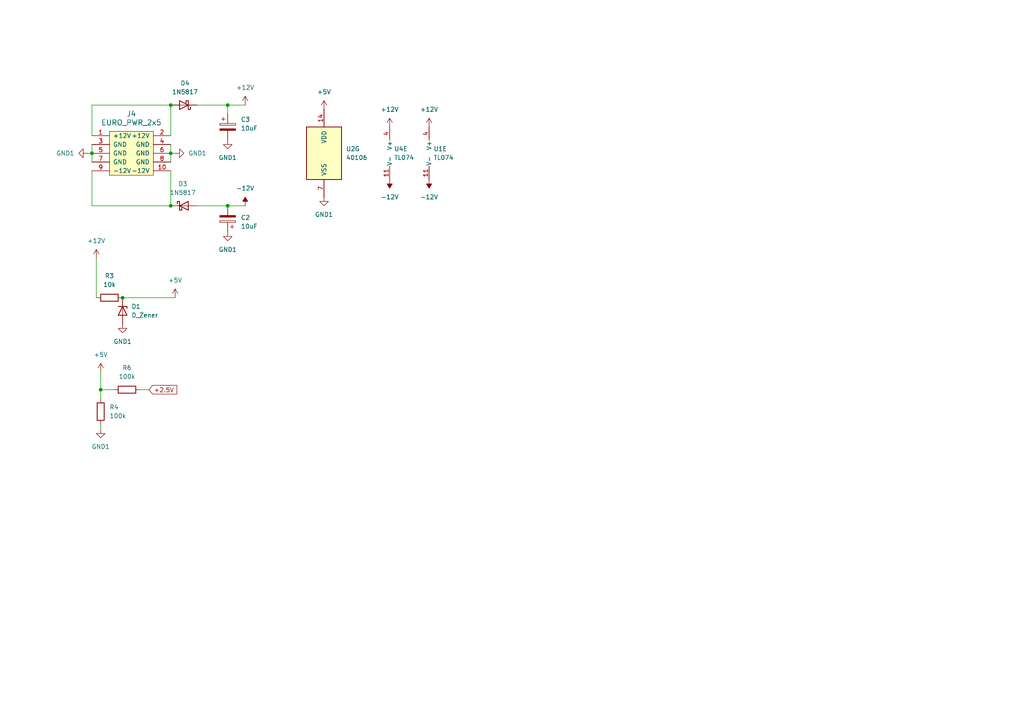
<source format=kicad_sch>
(kicad_sch (version 20231120) (generator "eeschema") (generator_version "8.0")
  (paper "A4")
  (lib_symbols
    (symbol "4xxx:40106" (pin_names (offset 1.016))
      (property "Reference" "U" (at 0 1.27 0))
      (property "Value" "40106" (at 0 -1.27 0))
      (symbol "40106_1_0"
        (polyline (pts (xy -0.635 -1.27) (xy -0.635 1.27) (xy 0.635 1.27)))
        (polyline (pts (xy -3.81 3.81) (xy -3.81 -3.81) (xy 3.81 0) (xy -3.81 3.81)) (stroke (width 0.254)) (fill (type background)))
        (polyline (pts (xy -1.27 -1.27) (xy 0.635 -1.27) (xy 0.635 1.27) (xy 1.27 1.27)))
        (pin input line (at -7.62 0 0) (length 3.81) (name "~") (number "1"))
        (pin output inverted (at 7.62 0 180) (length 3.81) (name "~") (number "2"))
      )
      (symbol "40106_2_0"
        (polyline (pts (xy -0.635 -1.27) (xy -0.635 1.27) (xy 0.635 1.27)))
        (polyline (pts (xy -3.81 3.81) (xy -3.81 -3.81) (xy 3.81 0) (xy -3.81 3.81)) (stroke (width 0.254)) (fill (type background)))
        (polyline (pts (xy -1.27 -1.27) (xy 0.635 -1.27) (xy 0.635 1.27) (xy 1.27 1.27)))
        (pin input line (at -7.62 0 0) (length 3.81) (name "~") (number "3"))
        (pin output inverted (at 7.62 0 180) (length 3.81) (name "~") (number "4"))
      )
      (symbol "40106_3_0"
        (polyline (pts (xy -0.635 -1.27) (xy -0.635 1.27) (xy 0.635 1.27)))
        (polyline (pts (xy -3.81 3.81) (xy -3.81 -3.81) (xy 3.81 0) (xy -3.81 3.81)) (stroke (width 0.254)) (fill (type background)))
        (polyline (pts (xy -1.27 -1.27) (xy 0.635 -1.27) (xy 0.635 1.27) (xy 1.27 1.27)))
        (pin input line (at -7.62 0 0) (length 3.81) (name "~") (number "5"))
        (pin output inverted (at 7.62 0 180) (length 3.81) (name "~") (number "6"))
      )
      (symbol "40106_4_0"
        (polyline (pts (xy -0.635 -1.27) (xy -0.635 1.27) (xy 0.635 1.27)))
        (polyline (pts (xy -3.81 3.81) (xy -3.81 -3.81) (xy 3.81 0) (xy -3.81 3.81)) (stroke (width 0.254)) (fill (type background)))
        (polyline (pts (xy -1.27 -1.27) (xy 0.635 -1.27) (xy 0.635 1.27) (xy 1.27 1.27)))
        (pin output inverted (at 7.62 0 180) (length 3.81) (name "~") (number "8"))
        (pin input line (at -7.62 0 0) (length 3.81) (name "~") (number "9"))
      )
      (symbol "40106_5_0"
        (polyline (pts (xy -0.635 -1.27) (xy -0.635 1.27) (xy 0.635 1.27)))
        (polyline (pts (xy -3.81 3.81) (xy -3.81 -3.81) (xy 3.81 0) (xy -3.81 3.81)) (stroke (width 0.254)) (fill (type background)))
        (polyline (pts (xy -1.27 -1.27) (xy 0.635 -1.27) (xy 0.635 1.27) (xy 1.27 1.27)))
        (pin output inverted (at 7.62 0 180) (length 3.81) (name "~") (number "10"))
        (pin input line (at -7.62 0 0) (length 3.81) (name "~") (number "11"))
      )
      (symbol "40106_6_0"
        (polyline (pts (xy -0.635 -1.27) (xy -0.635 1.27) (xy 0.635 1.27)))
        (polyline (pts (xy -3.81 3.81) (xy -3.81 -3.81) (xy 3.81 0) (xy -3.81 3.81)) (stroke (width 0.254)) (fill (type background)))
        (polyline (pts (xy -1.27 -1.27) (xy 0.635 -1.27) (xy 0.635 1.27) (xy 1.27 1.27)))
        (pin output inverted (at 7.62 0 180) (length 3.81) (name "~") (number "12"))
        (pin input line (at -7.62 0 0) (length 3.81) (name "~") (number "13"))
      )
      (symbol "40106_7_0"
        (pin power_in line (at 0 12.7 270) (length 5.08) (name "VDD") (number "14"))
        (pin power_in line (at 0 -12.7 90) (length 5.08) (name "VSS") (number "7"))
      )
      (symbol "40106_7_1"
        (rectangle (start -5.08 7.62) (end 5.08 -7.62) (stroke (width 0.254)) (fill (type background)))
      )
    )
    (symbol "Amplifier_Operational:TL074" (pin_names (offset 0.127))
      (property "Reference" "U" (at 0 5.08 0))
      (property "Value" "TL074" (at 0 -5.08 0))
      (symbol "TL074_1_1"
        (polyline (pts (xy -5.08 5.08) (xy 5.08 0) (xy -5.08 -5.08) (xy -5.08 5.08)) (stroke (width 0.254)) (fill (type background)))
        (pin output line (at 7.62 0 180) (length 2.54) (name "~") (number "1"))
        (pin input line (at -7.62 -2.54 0) (length 2.54) (name "-") (number "2"))
        (pin input line (at -7.62 2.54 0) (length 2.54) (name "+") (number "3"))
      )
      (symbol "TL074_2_1"
        (polyline (pts (xy -5.08 5.08) (xy 5.08 0) (xy -5.08 -5.08) (xy -5.08 5.08)) (stroke (width 0.254)) (fill (type background)))
        (pin input line (at -7.62 2.54 0) (length 2.54) (name "+") (number "5"))
        (pin input line (at -7.62 -2.54 0) (length 2.54) (name "-") (number "6"))
        (pin output line (at 7.62 0 180) (length 2.54) (name "~") (number "7"))
      )
      (symbol "TL074_3_1"
        (polyline (pts (xy -5.08 5.08) (xy 5.08 0) (xy -5.08 -5.08) (xy -5.08 5.08)) (stroke (width 0.254)) (fill (type background)))
        (pin input line (at -7.62 2.54 0) (length 2.54) (name "+") (number "10"))
        (pin output line (at 7.62 0 180) (length 2.54) (name "~") (number "8"))
        (pin input line (at -7.62 -2.54 0) (length 2.54) (name "-") (number "9"))
      )
      (symbol "TL074_4_1"
        (polyline (pts (xy -5.08 5.08) (xy 5.08 0) (xy -5.08 -5.08) (xy -5.08 5.08)) (stroke (width 0.254)) (fill (type background)))
        (pin input line (at -7.62 2.54 0) (length 2.54) (name "+") (number "12"))
        (pin input line (at -7.62 -2.54 0) (length 2.54) (name "-") (number "13"))
        (pin output line (at 7.62 0 180) (length 2.54) (name "~") (number "14"))
      )
      (symbol "TL074_5_1"
        (pin power_in line (at -2.54 -7.62 90) (length 3.81) (name "V-") (number "11"))
        (pin power_in line (at -2.54 7.62 270) (length 3.81) (name "V+") (number "4"))
      )
    )
    (symbol "Device:C_Polarized" (pin_numbers hide) (pin_names (offset 0.254))
      (property "Reference" "C" (at 0.635 2.54 0))
      (property "Value" "C_Polarized" (at 0.635 -2.54 0))
      (symbol "C_Polarized_0_1"
        (rectangle (start -2.286 0.508) (end 2.286 1.016))
        (polyline (pts (xy -1.778 2.286) (xy -0.762 2.286)))
        (polyline (pts (xy -1.27 2.794) (xy -1.27 1.778)))
        (rectangle (start 2.286 -0.508) (end -2.286 -1.016) (fill (type outline)))
      )
      (symbol "C_Polarized_1_1"
        (pin passive line (at 0 3.81 270) (length 2.794) (name "~") (number "1"))
        (pin passive line (at 0 -3.81 90) (length 2.794) (name "~") (number "2"))
      )
    )
    (symbol "Device:D_Zener" (pin_numbers hide) (pin_names (offset 1.016) hide)
      (property "Reference" "D" (at 0 2.54 0))
      (property "Value" "D_Zener" (at 0 -2.54 0))
      (symbol "D_Zener_0_1"
        (polyline (pts (xy 1.27 0) (xy -1.27 0)))
        (polyline (pts (xy -1.27 -1.27) (xy -1.27 1.27) (xy -0.762 1.27)) (stroke (width 0.254)))
        (polyline (pts (xy 1.27 -1.27) (xy 1.27 1.27) (xy -1.27 0) (xy 1.27 -1.27)) (stroke (width 0.254)))
      )
      (symbol "D_Zener_1_1"
        (pin passive line (at -3.81 0 0) (length 2.54) (name "K") (number "1"))
        (pin passive line (at 3.81 0 180) (length 2.54) (name "A") (number "2"))
      )
    )
    (symbol "Device:R" (pin_numbers hide) (pin_names (offset 0))
      (property "Reference" "R" (at 2.032 0 90))
      (property "Value" "R" (at 0 0 90))
      (symbol "R_0_1"
        (rectangle (start -1.016 -2.54) (end 1.016 2.54) (stroke (width 0.254)))
      )
      (symbol "R_1_1"
        (pin passive line (at 0 3.81 270) (length 1.27) (name "~") (number "1"))
        (pin passive line (at 0 -3.81 90) (length 1.27) (name "~") (number "2"))
      )
    )
    (symbol "Diode:1N5817" (pin_numbers hide) (pin_names (offset 1.016) hide)
      (property "Reference" "D" (at 0 2.54 0))
      (property "Value" "1N5817" (at 0 -2.54 0))
      (symbol "1N5817_0_1"
        (polyline (pts (xy 1.27 0) (xy -1.27 0)))
        (polyline (pts (xy 1.27 1.27) (xy 1.27 -1.27) (xy -1.27 0) (xy 1.27 1.27)) (stroke (width 0.254)))
        (polyline (pts (xy -1.905 0.635) (xy -1.905 1.27) (xy -1.27 1.27) (xy -1.27 -1.27) (xy -0.635 -1.27) (xy -0.635 -0.635)) (stroke (width 0.254)))
      )
      (symbol "1N5817_1_1"
        (pin passive line (at -3.81 0 0) (length 2.54) (name "K") (number "1"))
        (pin passive line (at 3.81 0 180) (length 2.54) (name "A") (number "2"))
      )
    )
    (symbol "eurocad:EURO_PWR_2x5" (pin_names (offset 1.016))
      (property "Reference" "J" (at 0 -7.62 0))
      (property "Value" "EURO_PWR_2x5" (at 0 7.62 0))
      (symbol "EURO_PWR_2x5_0_1"
        (rectangle (start -6.35 6.35) (end 6.35 -6.35) (fill (type background)))
      )
      (symbol "EURO_PWR_2x5_1_1"
        (pin power_in line (at -11.43 5.08 0) (length 5.08) (name "+12V") (number "1"))
        (pin power_in line (at 11.43 -5.08 180) (length 5.08) (name "-12V") (number "10"))
        (pin power_in line (at 11.43 5.08 180) (length 5.08) (name "+12V") (number "2"))
        (pin power_in line (at -11.43 2.54 0) (length 5.08) (name "GND") (number "3"))
        (pin power_in line (at 11.43 2.54 180) (length 5.08) (name "GND") (number "4"))
        (pin power_in line (at -11.43 0 0) (length 5.08) (name "GND") (number "5"))
        (pin power_in line (at 11.43 0 180) (length 5.08) (name "GND") (number "6"))
        (pin power_in line (at -11.43 -2.54 0) (length 5.08) (name "GND") (number "7"))
        (pin power_in line (at 11.43 -2.54 180) (length 5.08) (name "GND") (number "8"))
        (pin power_in line (at -11.43 -5.08 0) (length 5.08) (name "-12V") (number "9"))
      )
    )
    (symbol "power:+12V" (power) (pin_numbers hide) (pin_names (offset 0) hide)
      (property "Value" "+12V" (at 0 3.556 0))
      (symbol "+12V_0_1"
        (polyline (pts (xy -0.762 1.27) (xy 0 2.54)))
        (polyline (pts (xy 0 0) (xy 0 2.54)))
        (polyline (pts (xy 0 2.54) (xy 0.762 1.27)))
      )
      (symbol "+12V_1_1"
        (pin power_in line (at 0 0 90) (length 0) (name "~") (number "1"))
      )
    )
    (symbol "power:+5V" (power) (pin_numbers hide) (pin_names (offset 0) hide)
      (property "Value" "+5V" (at 0 3.556 0))
      (symbol "+5V_0_1"
        (polyline (pts (xy -0.762 1.27) (xy 0 2.54)))
        (polyline (pts (xy 0 0) (xy 0 2.54)))
        (polyline (pts (xy 0 2.54) (xy 0.762 1.27)))
      )
      (symbol "+5V_1_1"
        (pin power_in line (at 0 0 90) (length 0) (name "~") (number "1"))
      )
    )
    (symbol "power:-12V" (power) (pin_numbers hide) (pin_names (offset 0) hide)
      (property "Value" "-12V" (at 0 3.556 0))
      (symbol "-12V_0_0"
        (pin power_in line (at 0 0 90) (length 0) (name "~") (number "1"))
      )
      (symbol "-12V_0_1"
        (polyline (pts (xy 0 0) (xy 0 1.27) (xy 0.762 1.27) (xy 0 2.54) (xy -0.762 1.27) (xy 0 1.27)) (fill (type outline)))
      )
    )
    (symbol "power:GND1" (power) (pin_numbers hide) (pin_names (offset 0) hide)
      (property "Value" "GND1" (at 0 -3.81 0))
      (symbol "GND1_0_1"
        (polyline (pts (xy 0 0) (xy 0 -1.27) (xy 1.27 -1.27) (xy 0 -2.54) (xy -1.27 -1.27) (xy 0 -1.27)))
      )
      (symbol "GND1_1_1"
        (pin power_in line (at 0 0 270) (length 0) (name "~") (number "1"))
      )
    )
  )
  (junction (at 49.53 59.69))
  (junction (at 26.67 44.45))
  (junction (at 66.04 30.48))
  (junction (at 49.53 44.45))
  (junction (at 35.56 86.36))
  (junction (at 66.04 59.69))
  (junction (at 29.21 113.03))
  (junction (at 49.53 30.48))
  (wire (pts (xy 40.64 113.03) (xy 43.18 113.03)))
  (wire (pts (xy 29.21 124.46) (xy 29.21 123.19)))
  (wire (pts (xy 49.53 41.91) (xy 49.53 44.45)))
  (wire (pts (xy 26.67 44.45) (xy 26.67 46.99)))
  (wire (pts (xy 26.67 49.53) (xy 26.67 59.69)))
  (wire (pts (xy 26.67 44.45) (xy 25.4 44.45)))
  (wire (pts (xy 49.53 39.37) (xy 49.53 30.48)))
  (wire (pts (xy 57.15 59.69) (xy 66.04 59.69)))
  (wire (pts (xy 27.94 74.93) (xy 27.94 86.36)))
  (wire (pts (xy 26.67 41.91) (xy 26.67 44.45)))
  (wire (pts (xy 66.04 30.48) (xy 66.04 33.02)))
  (wire (pts (xy 26.67 30.48) (xy 49.53 30.48)))
  (wire (pts (xy 50.8 44.45) (xy 49.53 44.45)))
  (wire (pts (xy 26.67 59.69) (xy 49.53 59.69)))
  (wire (pts (xy 66.04 59.69) (xy 71.12 59.69)))
  (wire (pts (xy 66.04 30.48) (xy 71.12 30.48)))
  (wire (pts (xy 29.21 115.57) (xy 29.21 113.03)))
  (wire (pts (xy 57.15 30.48) (xy 66.04 30.48)))
  (wire (pts (xy 29.21 113.03) (xy 33.02 113.03)))
  (wire (pts (xy 29.21 107.95) (xy 29.21 113.03)))
  (wire (pts (xy 49.53 49.53) (xy 49.53 59.69)))
  (wire (pts (xy 26.67 39.37) (xy 26.67 30.48)))
  (wire (pts (xy 49.53 44.45) (xy 49.53 46.99)))
  (wire (pts (xy 35.56 86.36) (xy 50.8 86.36)))
  (global_label "+2.5V" (shape input) (at 43.18 113.03 0) (property "Intersheetrefs" "${INTERSHEET_REFS}" (effects (hide yes))))
  (symbol (lib_id "power:GND1") (at 66.04 67.31 0) (unit 1)
    (property "Reference" "#PWR026" (effects (hide yes)))
    (property "Value" "GND1" (at 66.04 72.39 0))
    (property "Description" "Power symbol creates a global label with name \"GND1\" , ground" (effects (hide yes)))
  )
  (symbol (lib_id "Diode:1N5817") (at 53.34 59.69 0) (unit 1)
    (property "Reference" "D3" (at 53.0225 53.34 0))
    (property "Value" "1N5817" (at 53.0225 55.88 0))
    (property "Footprint" "Diode_THT:D_DO-41_SOD81_P10.16mm_Horizontal" (effects (hide yes)))
    (property "Datasheet" "http://www.vishay.com/docs/88525/1n5817.pdf" (effects (hide yes)))
    (property "Description" "20V 1A Schottky Barrier Rectifier Diode, DO-41" (effects (hide yes)))
  )
  (symbol (lib_id "power:-12V") (at 124.46 52.07 180) (unit 1)
    (property "Reference" "#PWR036" (effects (hide yes)))
    (property "Value" "-12V" (at 124.46 57.15 0))
    (property "Description" "Power symbol creates a global label with name \"-12V\"" (effects (hide yes)))
  )
  (symbol (lib_id "power:+5V") (at 50.8 86.36 0) (unit 1)
    (property "Reference" "#PWR038" (effects (hide yes)))
    (property "Value" "+5V" (at 50.8 81.28 0))
    (property "Description" "Power symbol creates a global label with name \"+5V\"" (effects (hide yes)))
  )
  (symbol (lib_id "Diode:1N5817") (at 53.34 30.48 180) (unit 1)
    (property "Reference" "D4" (at 53.6575 24.13 0))
    (property "Value" "1N5817" (at 53.6575 26.67 0))
    (property "Footprint" "Diode_THT:D_DO-41_SOD81_P10.16mm_Horizontal" (effects (hide yes)))
    (property "Datasheet" "http://www.vishay.com/docs/88525/1n5817.pdf" (effects (hide yes)))
    (property "Description" "20V 1A Schottky Barrier Rectifier Diode, DO-41" (effects (hide yes)))
  )
  (symbol (lib_id "power:-12V") (at 113.03 52.07 180) (unit 1)
    (property "Reference" "#PWR035" (effects (hide yes)))
    (property "Value" "-12V" (at 113.03 57.15 0))
    (property "Description" "Power symbol creates a global label with name \"-12V\"" (effects (hide yes)))
  )
  (symbol (lib_id "power:GND1") (at 93.98 57.15 0) (unit 1)
    (property "Reference" "#PWR05" (effects (hide yes)))
    (property "Value" "GND1" (at 93.98 62.23 0))
    (property "Description" "Power symbol creates a global label with name \"GND1\" , ground" (effects (hide yes)))
  )
  (symbol (lib_id "Device:D_Zener") (at 35.56 90.17 270) (unit 1)
    (property "Reference" "D1" (at 38.1 88.8999 90) (effects (justify left)))
    (property "Value" "D_Zener" (at 38.1 91.4399 90) (effects (justify left)))
    (property "Footprint" "Diode_THT:D_DO-35_SOD27_P7.62mm_Horizontal" (effects (hide yes)))
    (property "Description" "Zener diode" (effects (hide yes)))
  )
  (symbol (lib_id "power:+12V") (at 27.94 74.93 0) (unit 1)
    (property "Reference" "#PWR033" (effects (hide yes)))
    (property "Value" "+12V" (at 27.94 69.85 0))
    (property "Description" "Power symbol creates a global label with name \"+12V\"" (effects (hide yes)))
  )
  (symbol (lib_id "power:GND1") (at 35.56 93.98 0) (unit 1)
    (property "Reference" "#PWR04" (effects (hide yes)))
    (property "Value" "GND1" (at 35.56 99.06 0))
    (property "Description" "Power symbol creates a global label with name \"GND1\" , ground" (effects (hide yes)))
  )
  (symbol (lib_id "power:+5V") (at 29.21 107.95 0) (unit 1)
    (property "Reference" "#PWR037" (effects (hide yes)))
    (property "Value" "+5V" (at 29.21 102.87 0))
    (property "Description" "Power symbol creates a global label with name \"+5V\"" (effects (hide yes)))
  )
  (symbol (lib_id "power:+12V") (at 124.46 36.83 0) (unit 1)
    (property "Reference" "#PWR032" (effects (hide yes)))
    (property "Value" "+12V" (at 124.46 31.75 0))
    (property "Description" "Power symbol creates a global label with name \"+12V\"" (effects (hide yes)))
  )
  (symbol (lib_id "power:GND1") (at 29.21 124.46 0) (unit 1)
    (property "Reference" "#PWR07" (effects (hide yes)))
    (property "Value" "GND1" (at 29.21 129.54 0))
    (property "Description" "Power symbol creates a global label with name \"GND1\" , ground" (effects (hide yes)))
  )
  (symbol (lib_id "eurocad:EURO_PWR_2x5") (at 38.1 44.45 0) (unit 1)
    (property "Reference" "J4" (at 38.1 33.02 0) (effects (font (size 1.524 1.524))))
    (property "Value" "EURO_PWR_2x5" (at 38.1 35.56 0) (effects (font (size 1.524 1.524))))
    (property "Footprint" "Connector_PinHeader_2.54mm:PinHeader_2x05_P2.54mm_Vertical" (effects (hide yes)))
  )
  (symbol (lib_id "Device:C_Polarized") (at 66.04 63.5 180) (unit 1)
    (property "Reference" "C2" (at 69.85 63.1189 0) (effects (justify right)))
    (property "Value" "10uF" (at 69.85 65.6589 0) (effects (justify right)))
    (property "Footprint" "PCM_4ms_Capacitor:CP_Radial_P2.5mm" (effects (hide yes)))
    (property "Description" "Polarized capacitor" (effects (hide yes)))
  )
  (symbol (lib_id "Amplifier_Operational:TL074") (at 115.57 44.45 0) (unit 5)
    (property "Reference" "U4" (at 114.3 43.1799 0) (effects (justify left)))
    (property "Value" "TL074" (at 114.3 45.7199 0) (effects (justify left)))
    (property "Footprint" "Package_DIP:DIP-14_W7.62mm_Socket" (effects (hide yes)))
    (property "Datasheet" "http://www.ti.com/lit/ds/symlink/tl071.pdf" (effects (hide yes)))
    (property "Description" "Quad Low-Noise JFET-Input Operational Amplifiers, DIP-14/SOIC-14" (effects (hide yes)))
  )
  (symbol (lib_id "Device:R") (at 31.75 86.36 90) (unit 1)
    (property "Reference" "R3" (at 31.75 80.01 90))
    (property "Value" "10k" (at 31.75 82.55 90))
    (property "Footprint" "PCM_4ms_Resistor:R_Axial_DIN0207_L6.3mm_D2.5mm_P7.62mm_Horizontal" (effects (hide yes)))
    (property "Description" "Resistor" (effects (hide yes)))
  )
  (symbol (lib_id "power:+5V") (at 93.98 31.75 0) (unit 1)
    (property "Reference" "#PWR039" (effects (hide yes)))
    (property "Value" "+5V" (at 93.98 26.67 0))
    (property "Description" "Power symbol creates a global label with name \"+5V\"" (effects (hide yes)))
  )
  (symbol (lib_id "power:-12V") (at 71.12 59.69 0) (unit 1)
    (property "Reference" "#PWR034" (effects (hide yes)))
    (property "Value" "-12V" (at 71.12 54.61 0))
    (property "Description" "Power symbol creates a global label with name \"-12V\"" (effects (hide yes)))
  )
  (symbol (lib_id "power:GND1") (at 25.4 44.45 270) (unit 1)
    (property "Reference" "#PWR01" (effects (hide yes)))
    (property "Value" "GND1" (at 21.59 44.4499 90) (effects (justify right)))
    (property "Description" "Power symbol creates a global label with name \"GND1\" , ground" (effects (hide yes)))
  )
  (symbol (lib_id "Device:R") (at 36.83 113.03 90) (unit 1)
    (property "Reference" "R6" (at 36.83 106.68 90))
    (property "Value" "100k" (at 36.83 109.22 90))
    (property "Footprint" "PCM_4ms_Resistor:R_Axial_DIN0207_L6.3mm_D2.5mm_P7.62mm_Horizontal" (effects (hide yes)))
    (property "Description" "Resistor" (effects (hide yes)))
  )
  (symbol (lib_id "power:GND1") (at 50.8 44.45 90) (unit 1)
    (property "Reference" "#PWR02" (effects (hide yes)))
    (property "Value" "GND1" (at 54.61 44.4499 90) (effects (justify right)))
    (property "Description" "Power symbol creates a global label with name \"GND1\" , ground" (effects (hide yes)))
  )
  (symbol (lib_id "Amplifier_Operational:TL074") (at 127 44.45 0) (unit 5)
    (property "Reference" "U1" (at 125.73 43.1799 0) (effects (justify left)))
    (property "Value" "TL074" (at 125.73 45.7199 0) (effects (justify left)))
    (property "Footprint" "Package_DIP:DIP-14_W7.62mm_Socket" (effects (hide yes)))
    (property "Datasheet" "http://www.ti.com/lit/ds/symlink/tl071.pdf" (effects (hide yes)))
    (property "Description" "Quad Low-Noise JFET-Input Operational Amplifiers, DIP-14/SOIC-14" (effects (hide yes)))
  )
  (symbol (lib_id "4xxx:40106") (at 93.98 44.45 0) (unit 7)
    (property "Reference" "U2" (at 100.33 43.1799 0) (effects (justify left)))
    (property "Value" "40106" (at 100.33 45.7199 0) (effects (justify left)))
    (property "Footprint" "Package_DIP:DIP-14_W7.62mm_Socket" (effects (hide yes)))
    (property "Datasheet" "https://assets.nexperia.com/documents/data-sheet/HEF40106B.pdf" (effects (hide yes)))
    (property "Description" "Hex Schmitt trigger inverter" (effects (hide yes)))
  )
  (symbol (lib_id "Device:R") (at 29.21 119.38 0) (unit 1)
    (property "Reference" "R4" (at 31.75 118.1099 0) (effects (justify left)))
    (property "Value" "100k" (at 31.75 120.6499 0) (effects (justify left)))
    (property "Footprint" "PCM_4ms_Resistor:R_Axial_DIN0207_L6.3mm_D2.5mm_P7.62mm_Horizontal" (effects (hide yes)))
    (property "Description" "Resistor" (effects (hide yes)))
  )
  (symbol (lib_id "power:+12V") (at 113.03 36.83 0) (unit 1)
    (property "Reference" "#PWR031" (effects (hide yes)))
    (property "Value" "+12V" (at 113.03 31.75 0))
    (property "Description" "Power symbol creates a global label with name \"+12V\"" (effects (hide yes)))
  )
  (symbol (lib_id "Device:C_Polarized") (at 66.04 36.83 0) (unit 1)
    (property "Reference" "C3" (at 69.85 34.6709 0) (effects (justify left)))
    (property "Value" "10uF" (at 69.85 37.2109 0) (effects (justify left)))
    (property "Footprint" "PCM_4ms_Capacitor:CP_Radial_P2.5mm" (effects (hide yes)))
    (property "Description" "Polarized capacitor" (effects (hide yes)))
  )
  (symbol (lib_id "power:+12V") (at 71.12 30.48 0) (unit 1)
    (property "Reference" "#PWR030" (effects (hide yes)))
    (property "Value" "+12V" (at 71.12 25.4 0))
    (property "Description" "Power symbol creates a global label with name \"+12V\"" (effects (hide yes)))
  )
  (symbol (lib_id "power:GND1") (at 66.04 40.64 0) (unit 1)
    (property "Reference" "#PWR027" (effects (hide yes)))
    (property "Value" "GND1" (at 66.04 45.72 0))
    (property "Description" "Power symbol creates a global label with name \"GND1\" , ground" (effects (hide yes)))
  )
)
</source>
